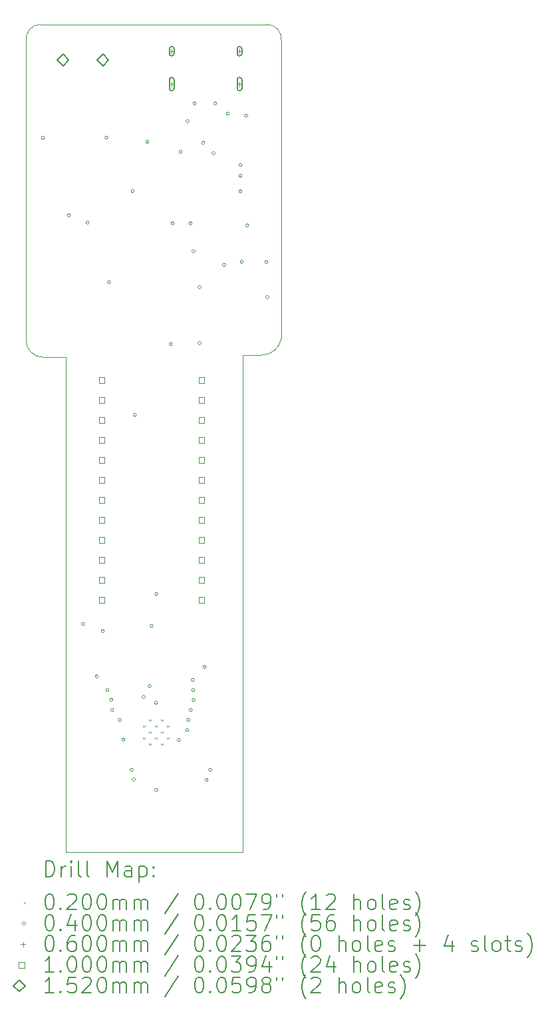
<source format=gbr>
%TF.GenerationSoftware,KiCad,Pcbnew,(6.0.11-0)*%
%TF.CreationDate,2023-11-09T08:58:22+01:00*%
%TF.ProjectId,ZESP32,5a455350-3332-42e6-9b69-6361645f7063,rev?*%
%TF.SameCoordinates,Original*%
%TF.FileFunction,Drillmap*%
%TF.FilePolarity,Positive*%
%FSLAX45Y45*%
G04 Gerber Fmt 4.5, Leading zero omitted, Abs format (unit mm)*
G04 Created by KiCad (PCBNEW (6.0.11-0)) date 2023-11-09 08:58:22*
%MOMM*%
%LPD*%
G01*
G04 APERTURE LIST*
%ADD10C,0.100000*%
%ADD11C,0.200000*%
%ADD12C,0.020000*%
%ADD13C,0.040000*%
%ADD14C,0.060000*%
%ADD15C,0.152000*%
G04 APERTURE END LIST*
D10*
X8178800Y-4572000D02*
X8178800Y-8382000D01*
X11430000Y-4572000D02*
X11430000Y-8356600D01*
X8362950Y-4368800D02*
X11245850Y-4368800D01*
X11176000Y-8572500D02*
X10934700Y-8572500D01*
X11176000Y-8572498D02*
G75*
G03*
X11430000Y-8356600I-260J257668D01*
G01*
X8178800Y-8382000D02*
G75*
G03*
X8394700Y-8597900I215900J0D01*
G01*
X11429997Y-4572000D02*
G75*
G03*
X11245850Y-4368800I-184147J18160D01*
G01*
X10934700Y-14884400D02*
X8686800Y-14884400D01*
X10934700Y-8572500D02*
X10934700Y-14884400D01*
X8362950Y-4368793D02*
G75*
G03*
X8178800Y-4572000I1560J-186457D01*
G01*
X8686800Y-14884400D02*
X8686800Y-8597900D01*
X8394700Y-8597900D02*
X8686800Y-8597900D01*
D11*
D12*
X9671800Y-13276250D02*
X9691800Y-13296250D01*
X9691800Y-13276250D02*
X9671800Y-13296250D01*
X9671800Y-13428750D02*
X9691800Y-13448750D01*
X9691800Y-13428750D02*
X9671800Y-13448750D01*
X9748050Y-13200000D02*
X9768050Y-13220000D01*
X9768050Y-13200000D02*
X9748050Y-13220000D01*
X9748050Y-13352500D02*
X9768050Y-13372500D01*
X9768050Y-13352500D02*
X9748050Y-13372500D01*
X9748050Y-13505000D02*
X9768050Y-13525000D01*
X9768050Y-13505000D02*
X9748050Y-13525000D01*
X9824300Y-13276250D02*
X9844300Y-13296250D01*
X9844300Y-13276250D02*
X9824300Y-13296250D01*
X9824300Y-13428750D02*
X9844300Y-13448750D01*
X9844300Y-13428750D02*
X9824300Y-13448750D01*
X9900550Y-13200000D02*
X9920550Y-13220000D01*
X9920550Y-13200000D02*
X9900550Y-13220000D01*
X9900550Y-13352500D02*
X9920550Y-13372500D01*
X9920550Y-13352500D02*
X9900550Y-13372500D01*
X9900550Y-13505000D02*
X9920550Y-13525000D01*
X9920550Y-13505000D02*
X9900550Y-13525000D01*
X9976800Y-13276250D02*
X9996800Y-13296250D01*
X9996800Y-13276250D02*
X9976800Y-13296250D01*
X9976800Y-13428750D02*
X9996800Y-13448750D01*
X9996800Y-13428750D02*
X9976800Y-13448750D01*
D13*
X8414200Y-5809480D02*
G75*
G03*
X8414200Y-5809480I-20000J0D01*
G01*
X8744900Y-6794500D02*
G75*
G03*
X8744900Y-6794500I-20000J0D01*
G01*
X8922700Y-11988800D02*
G75*
G03*
X8922700Y-11988800I-20000J0D01*
G01*
X8983160Y-6886440D02*
G75*
G03*
X8983160Y-6886440I-20000J0D01*
G01*
X9097960Y-12654280D02*
G75*
G03*
X9097960Y-12654280I-20000J0D01*
G01*
X9176700Y-12077700D02*
G75*
G03*
X9176700Y-12077700I-20000J0D01*
G01*
X9221920Y-5809480D02*
G75*
G03*
X9221920Y-5809480I-20000J0D01*
G01*
X9235120Y-12827000D02*
G75*
G03*
X9235120Y-12827000I-20000J0D01*
G01*
X9253160Y-7645140D02*
G75*
G03*
X9253160Y-7645140I-20000J0D01*
G01*
X9285920Y-12948920D02*
G75*
G03*
X9285920Y-12948920I-20000J0D01*
G01*
X9296080Y-13081000D02*
G75*
G03*
X9296080Y-13081000I-20000J0D01*
G01*
X9392600Y-13208000D02*
G75*
G03*
X9392600Y-13208000I-20000J0D01*
G01*
X9438320Y-13456920D02*
G75*
G03*
X9438320Y-13456920I-20000J0D01*
G01*
X9543470Y-13843000D02*
G75*
G03*
X9543470Y-13843000I-20000J0D01*
G01*
X9555160Y-6487160D02*
G75*
G03*
X9555160Y-6487160I-20000J0D01*
G01*
X9570400Y-13964920D02*
G75*
G03*
X9570400Y-13964920I-20000J0D01*
G01*
X9585100Y-9332500D02*
G75*
G03*
X9585100Y-9332500I-20000J0D01*
G01*
X9697400Y-12915900D02*
G75*
G03*
X9697400Y-12915900I-20000J0D01*
G01*
X9743010Y-5859890D02*
G75*
G03*
X9743010Y-5859890I-20000J0D01*
G01*
X9773600Y-12776200D02*
G75*
G03*
X9773600Y-12776200I-20000J0D01*
G01*
X9799000Y-12014200D02*
G75*
G03*
X9799000Y-12014200I-20000J0D01*
G01*
X9854300Y-12990140D02*
G75*
G03*
X9854300Y-12990140I-20000J0D01*
G01*
X9855380Y-14096500D02*
G75*
G03*
X9855380Y-14096500I-20000J0D01*
G01*
X9858430Y-11607800D02*
G75*
G03*
X9858430Y-11607800I-20000J0D01*
G01*
X10040300Y-8432800D02*
G75*
G03*
X10040300Y-8432800I-20000J0D01*
G01*
X10065700Y-6896100D02*
G75*
G03*
X10065700Y-6896100I-20000J0D01*
G01*
X10144940Y-13461500D02*
G75*
G03*
X10144940Y-13461500I-20000J0D01*
G01*
X10165200Y-5988880D02*
G75*
G03*
X10165200Y-5988880I-20000J0D01*
G01*
X10251120Y-13335000D02*
G75*
G03*
X10251120Y-13335000I-20000J0D01*
G01*
X10256200Y-5600700D02*
G75*
G03*
X10256200Y-5600700I-20000J0D01*
G01*
X10266360Y-13208000D02*
G75*
G03*
X10266360Y-13208000I-20000J0D01*
G01*
X10294300Y-6896100D02*
G75*
G03*
X10294300Y-6896100I-20000J0D01*
G01*
X10296840Y-13081000D02*
G75*
G03*
X10296840Y-13081000I-20000J0D01*
G01*
X10322240Y-12700000D02*
G75*
G03*
X10322240Y-12700000I-20000J0D01*
G01*
X10327320Y-12827000D02*
G75*
G03*
X10327320Y-12827000I-20000J0D01*
G01*
X10332400Y-7251700D02*
G75*
G03*
X10332400Y-7251700I-20000J0D01*
G01*
X10332400Y-12954000D02*
G75*
G03*
X10332400Y-12954000I-20000J0D01*
G01*
X10345100Y-5372100D02*
G75*
G03*
X10345100Y-5372100I-20000J0D01*
G01*
X10408600Y-7708900D02*
G75*
G03*
X10408600Y-7708900I-20000J0D01*
G01*
X10408600Y-8420100D02*
G75*
G03*
X10408600Y-8420100I-20000J0D01*
G01*
X10456360Y-5872040D02*
G75*
G03*
X10456360Y-5872040I-20000J0D01*
G01*
X10472100Y-12534900D02*
G75*
G03*
X10472100Y-12534900I-20000J0D01*
G01*
X10497500Y-13970000D02*
G75*
G03*
X10497500Y-13970000I-20000J0D01*
G01*
X10544750Y-13843000D02*
G75*
G03*
X10544750Y-13843000I-20000J0D01*
G01*
X10586400Y-6007100D02*
G75*
G03*
X10586400Y-6007100I-20000J0D01*
G01*
X10609260Y-5372100D02*
G75*
G03*
X10609260Y-5372100I-20000J0D01*
G01*
X10720000Y-7425000D02*
G75*
G03*
X10720000Y-7425000I-20000J0D01*
G01*
X10764710Y-5501200D02*
G75*
G03*
X10764710Y-5501200I-20000J0D01*
G01*
X10928800Y-6154920D02*
G75*
G03*
X10928800Y-6154920I-20000J0D01*
G01*
X10928800Y-6292080D02*
G75*
G03*
X10928800Y-6292080I-20000J0D01*
G01*
X10928800Y-6490200D02*
G75*
G03*
X10928800Y-6490200I-20000J0D01*
G01*
X10944040Y-7384280D02*
G75*
G03*
X10944040Y-7384280I-20000J0D01*
G01*
X11000420Y-5529580D02*
G75*
G03*
X11000420Y-5529580I-20000J0D01*
G01*
X11015160Y-6922000D02*
G75*
G03*
X11015160Y-6922000I-20000J0D01*
G01*
X11259000Y-7389360D02*
G75*
G03*
X11259000Y-7389360I-20000J0D01*
G01*
X11272200Y-7835900D02*
G75*
G03*
X11272200Y-7835900I-20000J0D01*
G01*
D14*
X10032800Y-4678300D02*
X10032800Y-4738300D01*
X10002800Y-4708300D02*
X10062800Y-4708300D01*
D11*
X10062800Y-4738300D02*
X10062800Y-4678300D01*
X10002800Y-4738300D02*
X10002800Y-4678300D01*
X10062800Y-4678300D02*
G75*
G03*
X10002800Y-4678300I-30000J0D01*
G01*
X10002800Y-4738300D02*
G75*
G03*
X10062800Y-4738300I30000J0D01*
G01*
D14*
X10032800Y-5096300D02*
X10032800Y-5156300D01*
X10002800Y-5126300D02*
X10062800Y-5126300D01*
D11*
X10062800Y-5181300D02*
X10062800Y-5071300D01*
X10002800Y-5181300D02*
X10002800Y-5071300D01*
X10062800Y-5071300D02*
G75*
G03*
X10002800Y-5071300I-30000J0D01*
G01*
X10002800Y-5181300D02*
G75*
G03*
X10062800Y-5181300I30000J0D01*
G01*
D14*
X10896800Y-4678300D02*
X10896800Y-4738300D01*
X10866800Y-4708300D02*
X10926800Y-4708300D01*
D11*
X10926800Y-4738300D02*
X10926800Y-4678300D01*
X10866800Y-4738300D02*
X10866800Y-4678300D01*
X10926800Y-4678300D02*
G75*
G03*
X10866800Y-4678300I-30000J0D01*
G01*
X10866800Y-4738300D02*
G75*
G03*
X10926800Y-4738300I30000J0D01*
G01*
D14*
X10896800Y-5096300D02*
X10896800Y-5156300D01*
X10866800Y-5126300D02*
X10926800Y-5126300D01*
D11*
X10926800Y-5181300D02*
X10926800Y-5071300D01*
X10866800Y-5181300D02*
X10866800Y-5071300D01*
X10926800Y-5071300D02*
G75*
G03*
X10866800Y-5071300I-30000J0D01*
G01*
X10866800Y-5181300D02*
G75*
G03*
X10926800Y-5181300I30000J0D01*
G01*
D10*
X9179356Y-8925356D02*
X9179356Y-8854644D01*
X9108644Y-8854644D01*
X9108644Y-8925356D01*
X9179356Y-8925356D01*
X9179356Y-9179356D02*
X9179356Y-9108644D01*
X9108644Y-9108644D01*
X9108644Y-9179356D01*
X9179356Y-9179356D01*
X9179356Y-9433356D02*
X9179356Y-9362644D01*
X9108644Y-9362644D01*
X9108644Y-9433356D01*
X9179356Y-9433356D01*
X9179356Y-9687356D02*
X9179356Y-9616644D01*
X9108644Y-9616644D01*
X9108644Y-9687356D01*
X9179356Y-9687356D01*
X9179356Y-9941356D02*
X9179356Y-9870644D01*
X9108644Y-9870644D01*
X9108644Y-9941356D01*
X9179356Y-9941356D01*
X9179356Y-10195356D02*
X9179356Y-10124644D01*
X9108644Y-10124644D01*
X9108644Y-10195356D01*
X9179356Y-10195356D01*
X9179356Y-10449356D02*
X9179356Y-10378644D01*
X9108644Y-10378644D01*
X9108644Y-10449356D01*
X9179356Y-10449356D01*
X9179356Y-10703356D02*
X9179356Y-10632644D01*
X9108644Y-10632644D01*
X9108644Y-10703356D01*
X9179356Y-10703356D01*
X9179356Y-10957356D02*
X9179356Y-10886644D01*
X9108644Y-10886644D01*
X9108644Y-10957356D01*
X9179356Y-10957356D01*
X9179356Y-11211356D02*
X9179356Y-11140644D01*
X9108644Y-11140644D01*
X9108644Y-11211356D01*
X9179356Y-11211356D01*
X9179356Y-11465356D02*
X9179356Y-11394644D01*
X9108644Y-11394644D01*
X9108644Y-11465356D01*
X9179356Y-11465356D01*
X9179356Y-11719356D02*
X9179356Y-11648644D01*
X9108644Y-11648644D01*
X9108644Y-11719356D01*
X9179356Y-11719356D01*
X10449356Y-8925356D02*
X10449356Y-8854644D01*
X10378644Y-8854644D01*
X10378644Y-8925356D01*
X10449356Y-8925356D01*
X10449356Y-9179356D02*
X10449356Y-9108644D01*
X10378644Y-9108644D01*
X10378644Y-9179356D01*
X10449356Y-9179356D01*
X10449356Y-9433356D02*
X10449356Y-9362644D01*
X10378644Y-9362644D01*
X10378644Y-9433356D01*
X10449356Y-9433356D01*
X10449356Y-9687356D02*
X10449356Y-9616644D01*
X10378644Y-9616644D01*
X10378644Y-9687356D01*
X10449356Y-9687356D01*
X10449356Y-9941356D02*
X10449356Y-9870644D01*
X10378644Y-9870644D01*
X10378644Y-9941356D01*
X10449356Y-9941356D01*
X10449356Y-10195356D02*
X10449356Y-10124644D01*
X10378644Y-10124644D01*
X10378644Y-10195356D01*
X10449356Y-10195356D01*
X10449356Y-10449356D02*
X10449356Y-10378644D01*
X10378644Y-10378644D01*
X10378644Y-10449356D01*
X10449356Y-10449356D01*
X10449356Y-10703356D02*
X10449356Y-10632644D01*
X10378644Y-10632644D01*
X10378644Y-10703356D01*
X10449356Y-10703356D01*
X10449356Y-10957356D02*
X10449356Y-10886644D01*
X10378644Y-10886644D01*
X10378644Y-10957356D01*
X10449356Y-10957356D01*
X10449356Y-11211356D02*
X10449356Y-11140644D01*
X10378644Y-11140644D01*
X10378644Y-11211356D01*
X10449356Y-11211356D01*
X10449356Y-11465356D02*
X10449356Y-11394644D01*
X10378644Y-11394644D01*
X10378644Y-11465356D01*
X10449356Y-11465356D01*
X10449356Y-11719356D02*
X10449356Y-11648644D01*
X10378644Y-11648644D01*
X10378644Y-11719356D01*
X10449356Y-11719356D01*
D15*
X8648200Y-4899960D02*
X8724200Y-4823960D01*
X8648200Y-4747960D01*
X8572200Y-4823960D01*
X8648200Y-4899960D01*
X9156200Y-4899960D02*
X9232200Y-4823960D01*
X9156200Y-4747960D01*
X9080200Y-4823960D01*
X9156200Y-4899960D01*
D11*
X8430665Y-15199876D02*
X8430665Y-14999876D01*
X8478284Y-14999876D01*
X8506856Y-15009400D01*
X8525903Y-15028448D01*
X8535427Y-15047495D01*
X8544951Y-15085590D01*
X8544951Y-15114162D01*
X8535427Y-15152257D01*
X8525903Y-15171305D01*
X8506856Y-15190352D01*
X8478284Y-15199876D01*
X8430665Y-15199876D01*
X8630665Y-15199876D02*
X8630665Y-15066543D01*
X8630665Y-15104638D02*
X8640189Y-15085590D01*
X8649713Y-15076067D01*
X8668760Y-15066543D01*
X8687808Y-15066543D01*
X8754475Y-15199876D02*
X8754475Y-15066543D01*
X8754475Y-14999876D02*
X8744951Y-15009400D01*
X8754475Y-15018924D01*
X8763999Y-15009400D01*
X8754475Y-14999876D01*
X8754475Y-15018924D01*
X8878284Y-15199876D02*
X8859237Y-15190352D01*
X8849713Y-15171305D01*
X8849713Y-14999876D01*
X8983046Y-15199876D02*
X8963999Y-15190352D01*
X8954475Y-15171305D01*
X8954475Y-14999876D01*
X9211618Y-15199876D02*
X9211618Y-14999876D01*
X9278284Y-15142733D01*
X9344951Y-14999876D01*
X9344951Y-15199876D01*
X9525903Y-15199876D02*
X9525903Y-15095114D01*
X9516380Y-15076067D01*
X9497332Y-15066543D01*
X9459237Y-15066543D01*
X9440189Y-15076067D01*
X9525903Y-15190352D02*
X9506856Y-15199876D01*
X9459237Y-15199876D01*
X9440189Y-15190352D01*
X9430665Y-15171305D01*
X9430665Y-15152257D01*
X9440189Y-15133209D01*
X9459237Y-15123686D01*
X9506856Y-15123686D01*
X9525903Y-15114162D01*
X9621141Y-15066543D02*
X9621141Y-15266543D01*
X9621141Y-15076067D02*
X9640189Y-15066543D01*
X9678284Y-15066543D01*
X9697332Y-15076067D01*
X9706856Y-15085590D01*
X9716380Y-15104638D01*
X9716380Y-15161781D01*
X9706856Y-15180828D01*
X9697332Y-15190352D01*
X9678284Y-15199876D01*
X9640189Y-15199876D01*
X9621141Y-15190352D01*
X9802094Y-15180828D02*
X9811618Y-15190352D01*
X9802094Y-15199876D01*
X9792570Y-15190352D01*
X9802094Y-15180828D01*
X9802094Y-15199876D01*
X9802094Y-15076067D02*
X9811618Y-15085590D01*
X9802094Y-15095114D01*
X9792570Y-15085590D01*
X9802094Y-15076067D01*
X9802094Y-15095114D01*
D12*
X8153046Y-15519400D02*
X8173046Y-15539400D01*
X8173046Y-15519400D02*
X8153046Y-15539400D01*
D11*
X8468760Y-15419876D02*
X8487808Y-15419876D01*
X8506856Y-15429400D01*
X8516380Y-15438924D01*
X8525903Y-15457971D01*
X8535427Y-15496067D01*
X8535427Y-15543686D01*
X8525903Y-15581781D01*
X8516380Y-15600828D01*
X8506856Y-15610352D01*
X8487808Y-15619876D01*
X8468760Y-15619876D01*
X8449713Y-15610352D01*
X8440189Y-15600828D01*
X8430665Y-15581781D01*
X8421141Y-15543686D01*
X8421141Y-15496067D01*
X8430665Y-15457971D01*
X8440189Y-15438924D01*
X8449713Y-15429400D01*
X8468760Y-15419876D01*
X8621141Y-15600828D02*
X8630665Y-15610352D01*
X8621141Y-15619876D01*
X8611618Y-15610352D01*
X8621141Y-15600828D01*
X8621141Y-15619876D01*
X8706856Y-15438924D02*
X8716380Y-15429400D01*
X8735427Y-15419876D01*
X8783046Y-15419876D01*
X8802094Y-15429400D01*
X8811618Y-15438924D01*
X8821141Y-15457971D01*
X8821141Y-15477019D01*
X8811618Y-15505590D01*
X8697332Y-15619876D01*
X8821141Y-15619876D01*
X8944951Y-15419876D02*
X8963999Y-15419876D01*
X8983046Y-15429400D01*
X8992570Y-15438924D01*
X9002094Y-15457971D01*
X9011618Y-15496067D01*
X9011618Y-15543686D01*
X9002094Y-15581781D01*
X8992570Y-15600828D01*
X8983046Y-15610352D01*
X8963999Y-15619876D01*
X8944951Y-15619876D01*
X8925903Y-15610352D01*
X8916380Y-15600828D01*
X8906856Y-15581781D01*
X8897332Y-15543686D01*
X8897332Y-15496067D01*
X8906856Y-15457971D01*
X8916380Y-15438924D01*
X8925903Y-15429400D01*
X8944951Y-15419876D01*
X9135427Y-15419876D02*
X9154475Y-15419876D01*
X9173522Y-15429400D01*
X9183046Y-15438924D01*
X9192570Y-15457971D01*
X9202094Y-15496067D01*
X9202094Y-15543686D01*
X9192570Y-15581781D01*
X9183046Y-15600828D01*
X9173522Y-15610352D01*
X9154475Y-15619876D01*
X9135427Y-15619876D01*
X9116380Y-15610352D01*
X9106856Y-15600828D01*
X9097332Y-15581781D01*
X9087808Y-15543686D01*
X9087808Y-15496067D01*
X9097332Y-15457971D01*
X9106856Y-15438924D01*
X9116380Y-15429400D01*
X9135427Y-15419876D01*
X9287808Y-15619876D02*
X9287808Y-15486543D01*
X9287808Y-15505590D02*
X9297332Y-15496067D01*
X9316380Y-15486543D01*
X9344951Y-15486543D01*
X9363999Y-15496067D01*
X9373522Y-15515114D01*
X9373522Y-15619876D01*
X9373522Y-15515114D02*
X9383046Y-15496067D01*
X9402094Y-15486543D01*
X9430665Y-15486543D01*
X9449713Y-15496067D01*
X9459237Y-15515114D01*
X9459237Y-15619876D01*
X9554475Y-15619876D02*
X9554475Y-15486543D01*
X9554475Y-15505590D02*
X9563999Y-15496067D01*
X9583046Y-15486543D01*
X9611618Y-15486543D01*
X9630665Y-15496067D01*
X9640189Y-15515114D01*
X9640189Y-15619876D01*
X9640189Y-15515114D02*
X9649713Y-15496067D01*
X9668760Y-15486543D01*
X9697332Y-15486543D01*
X9716380Y-15496067D01*
X9725903Y-15515114D01*
X9725903Y-15619876D01*
X10116380Y-15410352D02*
X9944951Y-15667495D01*
X10373522Y-15419876D02*
X10392570Y-15419876D01*
X10411618Y-15429400D01*
X10421141Y-15438924D01*
X10430665Y-15457971D01*
X10440189Y-15496067D01*
X10440189Y-15543686D01*
X10430665Y-15581781D01*
X10421141Y-15600828D01*
X10411618Y-15610352D01*
X10392570Y-15619876D01*
X10373522Y-15619876D01*
X10354475Y-15610352D01*
X10344951Y-15600828D01*
X10335427Y-15581781D01*
X10325903Y-15543686D01*
X10325903Y-15496067D01*
X10335427Y-15457971D01*
X10344951Y-15438924D01*
X10354475Y-15429400D01*
X10373522Y-15419876D01*
X10525903Y-15600828D02*
X10535427Y-15610352D01*
X10525903Y-15619876D01*
X10516380Y-15610352D01*
X10525903Y-15600828D01*
X10525903Y-15619876D01*
X10659237Y-15419876D02*
X10678284Y-15419876D01*
X10697332Y-15429400D01*
X10706856Y-15438924D01*
X10716380Y-15457971D01*
X10725903Y-15496067D01*
X10725903Y-15543686D01*
X10716380Y-15581781D01*
X10706856Y-15600828D01*
X10697332Y-15610352D01*
X10678284Y-15619876D01*
X10659237Y-15619876D01*
X10640189Y-15610352D01*
X10630665Y-15600828D01*
X10621141Y-15581781D01*
X10611618Y-15543686D01*
X10611618Y-15496067D01*
X10621141Y-15457971D01*
X10630665Y-15438924D01*
X10640189Y-15429400D01*
X10659237Y-15419876D01*
X10849713Y-15419876D02*
X10868760Y-15419876D01*
X10887808Y-15429400D01*
X10897332Y-15438924D01*
X10906856Y-15457971D01*
X10916380Y-15496067D01*
X10916380Y-15543686D01*
X10906856Y-15581781D01*
X10897332Y-15600828D01*
X10887808Y-15610352D01*
X10868760Y-15619876D01*
X10849713Y-15619876D01*
X10830665Y-15610352D01*
X10821141Y-15600828D01*
X10811618Y-15581781D01*
X10802094Y-15543686D01*
X10802094Y-15496067D01*
X10811618Y-15457971D01*
X10821141Y-15438924D01*
X10830665Y-15429400D01*
X10849713Y-15419876D01*
X10983046Y-15419876D02*
X11116380Y-15419876D01*
X11030665Y-15619876D01*
X11202094Y-15619876D02*
X11240189Y-15619876D01*
X11259237Y-15610352D01*
X11268760Y-15600828D01*
X11287808Y-15572257D01*
X11297332Y-15534162D01*
X11297332Y-15457971D01*
X11287808Y-15438924D01*
X11278284Y-15429400D01*
X11259237Y-15419876D01*
X11221141Y-15419876D01*
X11202094Y-15429400D01*
X11192570Y-15438924D01*
X11183046Y-15457971D01*
X11183046Y-15505590D01*
X11192570Y-15524638D01*
X11202094Y-15534162D01*
X11221141Y-15543686D01*
X11259237Y-15543686D01*
X11278284Y-15534162D01*
X11287808Y-15524638D01*
X11297332Y-15505590D01*
X11373522Y-15419876D02*
X11373522Y-15457971D01*
X11449713Y-15419876D02*
X11449713Y-15457971D01*
X11744951Y-15696067D02*
X11735427Y-15686543D01*
X11716379Y-15657971D01*
X11706856Y-15638924D01*
X11697332Y-15610352D01*
X11687808Y-15562733D01*
X11687808Y-15524638D01*
X11697332Y-15477019D01*
X11706856Y-15448448D01*
X11716379Y-15429400D01*
X11735427Y-15400828D01*
X11744951Y-15391305D01*
X11925903Y-15619876D02*
X11811618Y-15619876D01*
X11868760Y-15619876D02*
X11868760Y-15419876D01*
X11849713Y-15448448D01*
X11830665Y-15467495D01*
X11811618Y-15477019D01*
X12002094Y-15438924D02*
X12011618Y-15429400D01*
X12030665Y-15419876D01*
X12078284Y-15419876D01*
X12097332Y-15429400D01*
X12106856Y-15438924D01*
X12116379Y-15457971D01*
X12116379Y-15477019D01*
X12106856Y-15505590D01*
X11992570Y-15619876D01*
X12116379Y-15619876D01*
X12354475Y-15619876D02*
X12354475Y-15419876D01*
X12440189Y-15619876D02*
X12440189Y-15515114D01*
X12430665Y-15496067D01*
X12411618Y-15486543D01*
X12383046Y-15486543D01*
X12363998Y-15496067D01*
X12354475Y-15505590D01*
X12563998Y-15619876D02*
X12544951Y-15610352D01*
X12535427Y-15600828D01*
X12525903Y-15581781D01*
X12525903Y-15524638D01*
X12535427Y-15505590D01*
X12544951Y-15496067D01*
X12563998Y-15486543D01*
X12592570Y-15486543D01*
X12611618Y-15496067D01*
X12621141Y-15505590D01*
X12630665Y-15524638D01*
X12630665Y-15581781D01*
X12621141Y-15600828D01*
X12611618Y-15610352D01*
X12592570Y-15619876D01*
X12563998Y-15619876D01*
X12744951Y-15619876D02*
X12725903Y-15610352D01*
X12716379Y-15591305D01*
X12716379Y-15419876D01*
X12897332Y-15610352D02*
X12878284Y-15619876D01*
X12840189Y-15619876D01*
X12821141Y-15610352D01*
X12811618Y-15591305D01*
X12811618Y-15515114D01*
X12821141Y-15496067D01*
X12840189Y-15486543D01*
X12878284Y-15486543D01*
X12897332Y-15496067D01*
X12906856Y-15515114D01*
X12906856Y-15534162D01*
X12811618Y-15553209D01*
X12983046Y-15610352D02*
X13002094Y-15619876D01*
X13040189Y-15619876D01*
X13059237Y-15610352D01*
X13068760Y-15591305D01*
X13068760Y-15581781D01*
X13059237Y-15562733D01*
X13040189Y-15553209D01*
X13011618Y-15553209D01*
X12992570Y-15543686D01*
X12983046Y-15524638D01*
X12983046Y-15515114D01*
X12992570Y-15496067D01*
X13011618Y-15486543D01*
X13040189Y-15486543D01*
X13059237Y-15496067D01*
X13135427Y-15696067D02*
X13144951Y-15686543D01*
X13163998Y-15657971D01*
X13173522Y-15638924D01*
X13183046Y-15610352D01*
X13192570Y-15562733D01*
X13192570Y-15524638D01*
X13183046Y-15477019D01*
X13173522Y-15448448D01*
X13163998Y-15429400D01*
X13144951Y-15400828D01*
X13135427Y-15391305D01*
D13*
X8173046Y-15793400D02*
G75*
G03*
X8173046Y-15793400I-20000J0D01*
G01*
D11*
X8468760Y-15683876D02*
X8487808Y-15683876D01*
X8506856Y-15693400D01*
X8516380Y-15702924D01*
X8525903Y-15721971D01*
X8535427Y-15760067D01*
X8535427Y-15807686D01*
X8525903Y-15845781D01*
X8516380Y-15864828D01*
X8506856Y-15874352D01*
X8487808Y-15883876D01*
X8468760Y-15883876D01*
X8449713Y-15874352D01*
X8440189Y-15864828D01*
X8430665Y-15845781D01*
X8421141Y-15807686D01*
X8421141Y-15760067D01*
X8430665Y-15721971D01*
X8440189Y-15702924D01*
X8449713Y-15693400D01*
X8468760Y-15683876D01*
X8621141Y-15864828D02*
X8630665Y-15874352D01*
X8621141Y-15883876D01*
X8611618Y-15874352D01*
X8621141Y-15864828D01*
X8621141Y-15883876D01*
X8802094Y-15750543D02*
X8802094Y-15883876D01*
X8754475Y-15674352D02*
X8706856Y-15817209D01*
X8830665Y-15817209D01*
X8944951Y-15683876D02*
X8963999Y-15683876D01*
X8983046Y-15693400D01*
X8992570Y-15702924D01*
X9002094Y-15721971D01*
X9011618Y-15760067D01*
X9011618Y-15807686D01*
X9002094Y-15845781D01*
X8992570Y-15864828D01*
X8983046Y-15874352D01*
X8963999Y-15883876D01*
X8944951Y-15883876D01*
X8925903Y-15874352D01*
X8916380Y-15864828D01*
X8906856Y-15845781D01*
X8897332Y-15807686D01*
X8897332Y-15760067D01*
X8906856Y-15721971D01*
X8916380Y-15702924D01*
X8925903Y-15693400D01*
X8944951Y-15683876D01*
X9135427Y-15683876D02*
X9154475Y-15683876D01*
X9173522Y-15693400D01*
X9183046Y-15702924D01*
X9192570Y-15721971D01*
X9202094Y-15760067D01*
X9202094Y-15807686D01*
X9192570Y-15845781D01*
X9183046Y-15864828D01*
X9173522Y-15874352D01*
X9154475Y-15883876D01*
X9135427Y-15883876D01*
X9116380Y-15874352D01*
X9106856Y-15864828D01*
X9097332Y-15845781D01*
X9087808Y-15807686D01*
X9087808Y-15760067D01*
X9097332Y-15721971D01*
X9106856Y-15702924D01*
X9116380Y-15693400D01*
X9135427Y-15683876D01*
X9287808Y-15883876D02*
X9287808Y-15750543D01*
X9287808Y-15769590D02*
X9297332Y-15760067D01*
X9316380Y-15750543D01*
X9344951Y-15750543D01*
X9363999Y-15760067D01*
X9373522Y-15779114D01*
X9373522Y-15883876D01*
X9373522Y-15779114D02*
X9383046Y-15760067D01*
X9402094Y-15750543D01*
X9430665Y-15750543D01*
X9449713Y-15760067D01*
X9459237Y-15779114D01*
X9459237Y-15883876D01*
X9554475Y-15883876D02*
X9554475Y-15750543D01*
X9554475Y-15769590D02*
X9563999Y-15760067D01*
X9583046Y-15750543D01*
X9611618Y-15750543D01*
X9630665Y-15760067D01*
X9640189Y-15779114D01*
X9640189Y-15883876D01*
X9640189Y-15779114D02*
X9649713Y-15760067D01*
X9668760Y-15750543D01*
X9697332Y-15750543D01*
X9716380Y-15760067D01*
X9725903Y-15779114D01*
X9725903Y-15883876D01*
X10116380Y-15674352D02*
X9944951Y-15931495D01*
X10373522Y-15683876D02*
X10392570Y-15683876D01*
X10411618Y-15693400D01*
X10421141Y-15702924D01*
X10430665Y-15721971D01*
X10440189Y-15760067D01*
X10440189Y-15807686D01*
X10430665Y-15845781D01*
X10421141Y-15864828D01*
X10411618Y-15874352D01*
X10392570Y-15883876D01*
X10373522Y-15883876D01*
X10354475Y-15874352D01*
X10344951Y-15864828D01*
X10335427Y-15845781D01*
X10325903Y-15807686D01*
X10325903Y-15760067D01*
X10335427Y-15721971D01*
X10344951Y-15702924D01*
X10354475Y-15693400D01*
X10373522Y-15683876D01*
X10525903Y-15864828D02*
X10535427Y-15874352D01*
X10525903Y-15883876D01*
X10516380Y-15874352D01*
X10525903Y-15864828D01*
X10525903Y-15883876D01*
X10659237Y-15683876D02*
X10678284Y-15683876D01*
X10697332Y-15693400D01*
X10706856Y-15702924D01*
X10716380Y-15721971D01*
X10725903Y-15760067D01*
X10725903Y-15807686D01*
X10716380Y-15845781D01*
X10706856Y-15864828D01*
X10697332Y-15874352D01*
X10678284Y-15883876D01*
X10659237Y-15883876D01*
X10640189Y-15874352D01*
X10630665Y-15864828D01*
X10621141Y-15845781D01*
X10611618Y-15807686D01*
X10611618Y-15760067D01*
X10621141Y-15721971D01*
X10630665Y-15702924D01*
X10640189Y-15693400D01*
X10659237Y-15683876D01*
X10916380Y-15883876D02*
X10802094Y-15883876D01*
X10859237Y-15883876D02*
X10859237Y-15683876D01*
X10840189Y-15712448D01*
X10821141Y-15731495D01*
X10802094Y-15741019D01*
X11097332Y-15683876D02*
X11002094Y-15683876D01*
X10992570Y-15779114D01*
X11002094Y-15769590D01*
X11021141Y-15760067D01*
X11068760Y-15760067D01*
X11087808Y-15769590D01*
X11097332Y-15779114D01*
X11106856Y-15798162D01*
X11106856Y-15845781D01*
X11097332Y-15864828D01*
X11087808Y-15874352D01*
X11068760Y-15883876D01*
X11021141Y-15883876D01*
X11002094Y-15874352D01*
X10992570Y-15864828D01*
X11173522Y-15683876D02*
X11306856Y-15683876D01*
X11221141Y-15883876D01*
X11373522Y-15683876D02*
X11373522Y-15721971D01*
X11449713Y-15683876D02*
X11449713Y-15721971D01*
X11744951Y-15960067D02*
X11735427Y-15950543D01*
X11716379Y-15921971D01*
X11706856Y-15902924D01*
X11697332Y-15874352D01*
X11687808Y-15826733D01*
X11687808Y-15788638D01*
X11697332Y-15741019D01*
X11706856Y-15712448D01*
X11716379Y-15693400D01*
X11735427Y-15664828D01*
X11744951Y-15655305D01*
X11916379Y-15683876D02*
X11821141Y-15683876D01*
X11811618Y-15779114D01*
X11821141Y-15769590D01*
X11840189Y-15760067D01*
X11887808Y-15760067D01*
X11906856Y-15769590D01*
X11916379Y-15779114D01*
X11925903Y-15798162D01*
X11925903Y-15845781D01*
X11916379Y-15864828D01*
X11906856Y-15874352D01*
X11887808Y-15883876D01*
X11840189Y-15883876D01*
X11821141Y-15874352D01*
X11811618Y-15864828D01*
X12097332Y-15683876D02*
X12059237Y-15683876D01*
X12040189Y-15693400D01*
X12030665Y-15702924D01*
X12011618Y-15731495D01*
X12002094Y-15769590D01*
X12002094Y-15845781D01*
X12011618Y-15864828D01*
X12021141Y-15874352D01*
X12040189Y-15883876D01*
X12078284Y-15883876D01*
X12097332Y-15874352D01*
X12106856Y-15864828D01*
X12116379Y-15845781D01*
X12116379Y-15798162D01*
X12106856Y-15779114D01*
X12097332Y-15769590D01*
X12078284Y-15760067D01*
X12040189Y-15760067D01*
X12021141Y-15769590D01*
X12011618Y-15779114D01*
X12002094Y-15798162D01*
X12354475Y-15883876D02*
X12354475Y-15683876D01*
X12440189Y-15883876D02*
X12440189Y-15779114D01*
X12430665Y-15760067D01*
X12411618Y-15750543D01*
X12383046Y-15750543D01*
X12363998Y-15760067D01*
X12354475Y-15769590D01*
X12563998Y-15883876D02*
X12544951Y-15874352D01*
X12535427Y-15864828D01*
X12525903Y-15845781D01*
X12525903Y-15788638D01*
X12535427Y-15769590D01*
X12544951Y-15760067D01*
X12563998Y-15750543D01*
X12592570Y-15750543D01*
X12611618Y-15760067D01*
X12621141Y-15769590D01*
X12630665Y-15788638D01*
X12630665Y-15845781D01*
X12621141Y-15864828D01*
X12611618Y-15874352D01*
X12592570Y-15883876D01*
X12563998Y-15883876D01*
X12744951Y-15883876D02*
X12725903Y-15874352D01*
X12716379Y-15855305D01*
X12716379Y-15683876D01*
X12897332Y-15874352D02*
X12878284Y-15883876D01*
X12840189Y-15883876D01*
X12821141Y-15874352D01*
X12811618Y-15855305D01*
X12811618Y-15779114D01*
X12821141Y-15760067D01*
X12840189Y-15750543D01*
X12878284Y-15750543D01*
X12897332Y-15760067D01*
X12906856Y-15779114D01*
X12906856Y-15798162D01*
X12811618Y-15817209D01*
X12983046Y-15874352D02*
X13002094Y-15883876D01*
X13040189Y-15883876D01*
X13059237Y-15874352D01*
X13068760Y-15855305D01*
X13068760Y-15845781D01*
X13059237Y-15826733D01*
X13040189Y-15817209D01*
X13011618Y-15817209D01*
X12992570Y-15807686D01*
X12983046Y-15788638D01*
X12983046Y-15779114D01*
X12992570Y-15760067D01*
X13011618Y-15750543D01*
X13040189Y-15750543D01*
X13059237Y-15760067D01*
X13135427Y-15960067D02*
X13144951Y-15950543D01*
X13163998Y-15921971D01*
X13173522Y-15902924D01*
X13183046Y-15874352D01*
X13192570Y-15826733D01*
X13192570Y-15788638D01*
X13183046Y-15741019D01*
X13173522Y-15712448D01*
X13163998Y-15693400D01*
X13144951Y-15664828D01*
X13135427Y-15655305D01*
D14*
X8143046Y-16027400D02*
X8143046Y-16087400D01*
X8113046Y-16057400D02*
X8173046Y-16057400D01*
D11*
X8468760Y-15947876D02*
X8487808Y-15947876D01*
X8506856Y-15957400D01*
X8516380Y-15966924D01*
X8525903Y-15985971D01*
X8535427Y-16024067D01*
X8535427Y-16071686D01*
X8525903Y-16109781D01*
X8516380Y-16128828D01*
X8506856Y-16138352D01*
X8487808Y-16147876D01*
X8468760Y-16147876D01*
X8449713Y-16138352D01*
X8440189Y-16128828D01*
X8430665Y-16109781D01*
X8421141Y-16071686D01*
X8421141Y-16024067D01*
X8430665Y-15985971D01*
X8440189Y-15966924D01*
X8449713Y-15957400D01*
X8468760Y-15947876D01*
X8621141Y-16128828D02*
X8630665Y-16138352D01*
X8621141Y-16147876D01*
X8611618Y-16138352D01*
X8621141Y-16128828D01*
X8621141Y-16147876D01*
X8802094Y-15947876D02*
X8763999Y-15947876D01*
X8744951Y-15957400D01*
X8735427Y-15966924D01*
X8716380Y-15995495D01*
X8706856Y-16033590D01*
X8706856Y-16109781D01*
X8716380Y-16128828D01*
X8725903Y-16138352D01*
X8744951Y-16147876D01*
X8783046Y-16147876D01*
X8802094Y-16138352D01*
X8811618Y-16128828D01*
X8821141Y-16109781D01*
X8821141Y-16062162D01*
X8811618Y-16043114D01*
X8802094Y-16033590D01*
X8783046Y-16024067D01*
X8744951Y-16024067D01*
X8725903Y-16033590D01*
X8716380Y-16043114D01*
X8706856Y-16062162D01*
X8944951Y-15947876D02*
X8963999Y-15947876D01*
X8983046Y-15957400D01*
X8992570Y-15966924D01*
X9002094Y-15985971D01*
X9011618Y-16024067D01*
X9011618Y-16071686D01*
X9002094Y-16109781D01*
X8992570Y-16128828D01*
X8983046Y-16138352D01*
X8963999Y-16147876D01*
X8944951Y-16147876D01*
X8925903Y-16138352D01*
X8916380Y-16128828D01*
X8906856Y-16109781D01*
X8897332Y-16071686D01*
X8897332Y-16024067D01*
X8906856Y-15985971D01*
X8916380Y-15966924D01*
X8925903Y-15957400D01*
X8944951Y-15947876D01*
X9135427Y-15947876D02*
X9154475Y-15947876D01*
X9173522Y-15957400D01*
X9183046Y-15966924D01*
X9192570Y-15985971D01*
X9202094Y-16024067D01*
X9202094Y-16071686D01*
X9192570Y-16109781D01*
X9183046Y-16128828D01*
X9173522Y-16138352D01*
X9154475Y-16147876D01*
X9135427Y-16147876D01*
X9116380Y-16138352D01*
X9106856Y-16128828D01*
X9097332Y-16109781D01*
X9087808Y-16071686D01*
X9087808Y-16024067D01*
X9097332Y-15985971D01*
X9106856Y-15966924D01*
X9116380Y-15957400D01*
X9135427Y-15947876D01*
X9287808Y-16147876D02*
X9287808Y-16014543D01*
X9287808Y-16033590D02*
X9297332Y-16024067D01*
X9316380Y-16014543D01*
X9344951Y-16014543D01*
X9363999Y-16024067D01*
X9373522Y-16043114D01*
X9373522Y-16147876D01*
X9373522Y-16043114D02*
X9383046Y-16024067D01*
X9402094Y-16014543D01*
X9430665Y-16014543D01*
X9449713Y-16024067D01*
X9459237Y-16043114D01*
X9459237Y-16147876D01*
X9554475Y-16147876D02*
X9554475Y-16014543D01*
X9554475Y-16033590D02*
X9563999Y-16024067D01*
X9583046Y-16014543D01*
X9611618Y-16014543D01*
X9630665Y-16024067D01*
X9640189Y-16043114D01*
X9640189Y-16147876D01*
X9640189Y-16043114D02*
X9649713Y-16024067D01*
X9668760Y-16014543D01*
X9697332Y-16014543D01*
X9716380Y-16024067D01*
X9725903Y-16043114D01*
X9725903Y-16147876D01*
X10116380Y-15938352D02*
X9944951Y-16195495D01*
X10373522Y-15947876D02*
X10392570Y-15947876D01*
X10411618Y-15957400D01*
X10421141Y-15966924D01*
X10430665Y-15985971D01*
X10440189Y-16024067D01*
X10440189Y-16071686D01*
X10430665Y-16109781D01*
X10421141Y-16128828D01*
X10411618Y-16138352D01*
X10392570Y-16147876D01*
X10373522Y-16147876D01*
X10354475Y-16138352D01*
X10344951Y-16128828D01*
X10335427Y-16109781D01*
X10325903Y-16071686D01*
X10325903Y-16024067D01*
X10335427Y-15985971D01*
X10344951Y-15966924D01*
X10354475Y-15957400D01*
X10373522Y-15947876D01*
X10525903Y-16128828D02*
X10535427Y-16138352D01*
X10525903Y-16147876D01*
X10516380Y-16138352D01*
X10525903Y-16128828D01*
X10525903Y-16147876D01*
X10659237Y-15947876D02*
X10678284Y-15947876D01*
X10697332Y-15957400D01*
X10706856Y-15966924D01*
X10716380Y-15985971D01*
X10725903Y-16024067D01*
X10725903Y-16071686D01*
X10716380Y-16109781D01*
X10706856Y-16128828D01*
X10697332Y-16138352D01*
X10678284Y-16147876D01*
X10659237Y-16147876D01*
X10640189Y-16138352D01*
X10630665Y-16128828D01*
X10621141Y-16109781D01*
X10611618Y-16071686D01*
X10611618Y-16024067D01*
X10621141Y-15985971D01*
X10630665Y-15966924D01*
X10640189Y-15957400D01*
X10659237Y-15947876D01*
X10802094Y-15966924D02*
X10811618Y-15957400D01*
X10830665Y-15947876D01*
X10878284Y-15947876D01*
X10897332Y-15957400D01*
X10906856Y-15966924D01*
X10916380Y-15985971D01*
X10916380Y-16005019D01*
X10906856Y-16033590D01*
X10792570Y-16147876D01*
X10916380Y-16147876D01*
X10983046Y-15947876D02*
X11106856Y-15947876D01*
X11040189Y-16024067D01*
X11068760Y-16024067D01*
X11087808Y-16033590D01*
X11097332Y-16043114D01*
X11106856Y-16062162D01*
X11106856Y-16109781D01*
X11097332Y-16128828D01*
X11087808Y-16138352D01*
X11068760Y-16147876D01*
X11011618Y-16147876D01*
X10992570Y-16138352D01*
X10983046Y-16128828D01*
X11278284Y-15947876D02*
X11240189Y-15947876D01*
X11221141Y-15957400D01*
X11211618Y-15966924D01*
X11192570Y-15995495D01*
X11183046Y-16033590D01*
X11183046Y-16109781D01*
X11192570Y-16128828D01*
X11202094Y-16138352D01*
X11221141Y-16147876D01*
X11259237Y-16147876D01*
X11278284Y-16138352D01*
X11287808Y-16128828D01*
X11297332Y-16109781D01*
X11297332Y-16062162D01*
X11287808Y-16043114D01*
X11278284Y-16033590D01*
X11259237Y-16024067D01*
X11221141Y-16024067D01*
X11202094Y-16033590D01*
X11192570Y-16043114D01*
X11183046Y-16062162D01*
X11373522Y-15947876D02*
X11373522Y-15985971D01*
X11449713Y-15947876D02*
X11449713Y-15985971D01*
X11744951Y-16224067D02*
X11735427Y-16214543D01*
X11716379Y-16185971D01*
X11706856Y-16166924D01*
X11697332Y-16138352D01*
X11687808Y-16090733D01*
X11687808Y-16052638D01*
X11697332Y-16005019D01*
X11706856Y-15976448D01*
X11716379Y-15957400D01*
X11735427Y-15928828D01*
X11744951Y-15919305D01*
X11859237Y-15947876D02*
X11878284Y-15947876D01*
X11897332Y-15957400D01*
X11906856Y-15966924D01*
X11916379Y-15985971D01*
X11925903Y-16024067D01*
X11925903Y-16071686D01*
X11916379Y-16109781D01*
X11906856Y-16128828D01*
X11897332Y-16138352D01*
X11878284Y-16147876D01*
X11859237Y-16147876D01*
X11840189Y-16138352D01*
X11830665Y-16128828D01*
X11821141Y-16109781D01*
X11811618Y-16071686D01*
X11811618Y-16024067D01*
X11821141Y-15985971D01*
X11830665Y-15966924D01*
X11840189Y-15957400D01*
X11859237Y-15947876D01*
X12163998Y-16147876D02*
X12163998Y-15947876D01*
X12249713Y-16147876D02*
X12249713Y-16043114D01*
X12240189Y-16024067D01*
X12221141Y-16014543D01*
X12192570Y-16014543D01*
X12173522Y-16024067D01*
X12163998Y-16033590D01*
X12373522Y-16147876D02*
X12354475Y-16138352D01*
X12344951Y-16128828D01*
X12335427Y-16109781D01*
X12335427Y-16052638D01*
X12344951Y-16033590D01*
X12354475Y-16024067D01*
X12373522Y-16014543D01*
X12402094Y-16014543D01*
X12421141Y-16024067D01*
X12430665Y-16033590D01*
X12440189Y-16052638D01*
X12440189Y-16109781D01*
X12430665Y-16128828D01*
X12421141Y-16138352D01*
X12402094Y-16147876D01*
X12373522Y-16147876D01*
X12554475Y-16147876D02*
X12535427Y-16138352D01*
X12525903Y-16119305D01*
X12525903Y-15947876D01*
X12706856Y-16138352D02*
X12687808Y-16147876D01*
X12649713Y-16147876D01*
X12630665Y-16138352D01*
X12621141Y-16119305D01*
X12621141Y-16043114D01*
X12630665Y-16024067D01*
X12649713Y-16014543D01*
X12687808Y-16014543D01*
X12706856Y-16024067D01*
X12716379Y-16043114D01*
X12716379Y-16062162D01*
X12621141Y-16081209D01*
X12792570Y-16138352D02*
X12811618Y-16147876D01*
X12849713Y-16147876D01*
X12868760Y-16138352D01*
X12878284Y-16119305D01*
X12878284Y-16109781D01*
X12868760Y-16090733D01*
X12849713Y-16081209D01*
X12821141Y-16081209D01*
X12802094Y-16071686D01*
X12792570Y-16052638D01*
X12792570Y-16043114D01*
X12802094Y-16024067D01*
X12821141Y-16014543D01*
X12849713Y-16014543D01*
X12868760Y-16024067D01*
X13116379Y-16071686D02*
X13268760Y-16071686D01*
X13192570Y-16147876D02*
X13192570Y-15995495D01*
X13602094Y-16014543D02*
X13602094Y-16147876D01*
X13554475Y-15938352D02*
X13506856Y-16081209D01*
X13630665Y-16081209D01*
X13849713Y-16138352D02*
X13868760Y-16147876D01*
X13906856Y-16147876D01*
X13925903Y-16138352D01*
X13935427Y-16119305D01*
X13935427Y-16109781D01*
X13925903Y-16090733D01*
X13906856Y-16081209D01*
X13878284Y-16081209D01*
X13859237Y-16071686D01*
X13849713Y-16052638D01*
X13849713Y-16043114D01*
X13859237Y-16024067D01*
X13878284Y-16014543D01*
X13906856Y-16014543D01*
X13925903Y-16024067D01*
X14049713Y-16147876D02*
X14030665Y-16138352D01*
X14021141Y-16119305D01*
X14021141Y-15947876D01*
X14154475Y-16147876D02*
X14135427Y-16138352D01*
X14125903Y-16128828D01*
X14116379Y-16109781D01*
X14116379Y-16052638D01*
X14125903Y-16033590D01*
X14135427Y-16024067D01*
X14154475Y-16014543D01*
X14183046Y-16014543D01*
X14202094Y-16024067D01*
X14211618Y-16033590D01*
X14221141Y-16052638D01*
X14221141Y-16109781D01*
X14211618Y-16128828D01*
X14202094Y-16138352D01*
X14183046Y-16147876D01*
X14154475Y-16147876D01*
X14278284Y-16014543D02*
X14354475Y-16014543D01*
X14306856Y-15947876D02*
X14306856Y-16119305D01*
X14316379Y-16138352D01*
X14335427Y-16147876D01*
X14354475Y-16147876D01*
X14411618Y-16138352D02*
X14430665Y-16147876D01*
X14468760Y-16147876D01*
X14487808Y-16138352D01*
X14497332Y-16119305D01*
X14497332Y-16109781D01*
X14487808Y-16090733D01*
X14468760Y-16081209D01*
X14440189Y-16081209D01*
X14421141Y-16071686D01*
X14411618Y-16052638D01*
X14411618Y-16043114D01*
X14421141Y-16024067D01*
X14440189Y-16014543D01*
X14468760Y-16014543D01*
X14487808Y-16024067D01*
X14563998Y-16224067D02*
X14573522Y-16214543D01*
X14592570Y-16185971D01*
X14602094Y-16166924D01*
X14611618Y-16138352D01*
X14621141Y-16090733D01*
X14621141Y-16052638D01*
X14611618Y-16005019D01*
X14602094Y-15976448D01*
X14592570Y-15957400D01*
X14573522Y-15928828D01*
X14563998Y-15919305D01*
D10*
X8158402Y-16356756D02*
X8158402Y-16286044D01*
X8087690Y-16286044D01*
X8087690Y-16356756D01*
X8158402Y-16356756D01*
D11*
X8535427Y-16411876D02*
X8421141Y-16411876D01*
X8478284Y-16411876D02*
X8478284Y-16211876D01*
X8459237Y-16240448D01*
X8440189Y-16259495D01*
X8421141Y-16269019D01*
X8621141Y-16392828D02*
X8630665Y-16402352D01*
X8621141Y-16411876D01*
X8611618Y-16402352D01*
X8621141Y-16392828D01*
X8621141Y-16411876D01*
X8754475Y-16211876D02*
X8773522Y-16211876D01*
X8792570Y-16221400D01*
X8802094Y-16230924D01*
X8811618Y-16249971D01*
X8821141Y-16288067D01*
X8821141Y-16335686D01*
X8811618Y-16373781D01*
X8802094Y-16392828D01*
X8792570Y-16402352D01*
X8773522Y-16411876D01*
X8754475Y-16411876D01*
X8735427Y-16402352D01*
X8725903Y-16392828D01*
X8716380Y-16373781D01*
X8706856Y-16335686D01*
X8706856Y-16288067D01*
X8716380Y-16249971D01*
X8725903Y-16230924D01*
X8735427Y-16221400D01*
X8754475Y-16211876D01*
X8944951Y-16211876D02*
X8963999Y-16211876D01*
X8983046Y-16221400D01*
X8992570Y-16230924D01*
X9002094Y-16249971D01*
X9011618Y-16288067D01*
X9011618Y-16335686D01*
X9002094Y-16373781D01*
X8992570Y-16392828D01*
X8983046Y-16402352D01*
X8963999Y-16411876D01*
X8944951Y-16411876D01*
X8925903Y-16402352D01*
X8916380Y-16392828D01*
X8906856Y-16373781D01*
X8897332Y-16335686D01*
X8897332Y-16288067D01*
X8906856Y-16249971D01*
X8916380Y-16230924D01*
X8925903Y-16221400D01*
X8944951Y-16211876D01*
X9135427Y-16211876D02*
X9154475Y-16211876D01*
X9173522Y-16221400D01*
X9183046Y-16230924D01*
X9192570Y-16249971D01*
X9202094Y-16288067D01*
X9202094Y-16335686D01*
X9192570Y-16373781D01*
X9183046Y-16392828D01*
X9173522Y-16402352D01*
X9154475Y-16411876D01*
X9135427Y-16411876D01*
X9116380Y-16402352D01*
X9106856Y-16392828D01*
X9097332Y-16373781D01*
X9087808Y-16335686D01*
X9087808Y-16288067D01*
X9097332Y-16249971D01*
X9106856Y-16230924D01*
X9116380Y-16221400D01*
X9135427Y-16211876D01*
X9287808Y-16411876D02*
X9287808Y-16278543D01*
X9287808Y-16297590D02*
X9297332Y-16288067D01*
X9316380Y-16278543D01*
X9344951Y-16278543D01*
X9363999Y-16288067D01*
X9373522Y-16307114D01*
X9373522Y-16411876D01*
X9373522Y-16307114D02*
X9383046Y-16288067D01*
X9402094Y-16278543D01*
X9430665Y-16278543D01*
X9449713Y-16288067D01*
X9459237Y-16307114D01*
X9459237Y-16411876D01*
X9554475Y-16411876D02*
X9554475Y-16278543D01*
X9554475Y-16297590D02*
X9563999Y-16288067D01*
X9583046Y-16278543D01*
X9611618Y-16278543D01*
X9630665Y-16288067D01*
X9640189Y-16307114D01*
X9640189Y-16411876D01*
X9640189Y-16307114D02*
X9649713Y-16288067D01*
X9668760Y-16278543D01*
X9697332Y-16278543D01*
X9716380Y-16288067D01*
X9725903Y-16307114D01*
X9725903Y-16411876D01*
X10116380Y-16202352D02*
X9944951Y-16459495D01*
X10373522Y-16211876D02*
X10392570Y-16211876D01*
X10411618Y-16221400D01*
X10421141Y-16230924D01*
X10430665Y-16249971D01*
X10440189Y-16288067D01*
X10440189Y-16335686D01*
X10430665Y-16373781D01*
X10421141Y-16392828D01*
X10411618Y-16402352D01*
X10392570Y-16411876D01*
X10373522Y-16411876D01*
X10354475Y-16402352D01*
X10344951Y-16392828D01*
X10335427Y-16373781D01*
X10325903Y-16335686D01*
X10325903Y-16288067D01*
X10335427Y-16249971D01*
X10344951Y-16230924D01*
X10354475Y-16221400D01*
X10373522Y-16211876D01*
X10525903Y-16392828D02*
X10535427Y-16402352D01*
X10525903Y-16411876D01*
X10516380Y-16402352D01*
X10525903Y-16392828D01*
X10525903Y-16411876D01*
X10659237Y-16211876D02*
X10678284Y-16211876D01*
X10697332Y-16221400D01*
X10706856Y-16230924D01*
X10716380Y-16249971D01*
X10725903Y-16288067D01*
X10725903Y-16335686D01*
X10716380Y-16373781D01*
X10706856Y-16392828D01*
X10697332Y-16402352D01*
X10678284Y-16411876D01*
X10659237Y-16411876D01*
X10640189Y-16402352D01*
X10630665Y-16392828D01*
X10621141Y-16373781D01*
X10611618Y-16335686D01*
X10611618Y-16288067D01*
X10621141Y-16249971D01*
X10630665Y-16230924D01*
X10640189Y-16221400D01*
X10659237Y-16211876D01*
X10792570Y-16211876D02*
X10916380Y-16211876D01*
X10849713Y-16288067D01*
X10878284Y-16288067D01*
X10897332Y-16297590D01*
X10906856Y-16307114D01*
X10916380Y-16326162D01*
X10916380Y-16373781D01*
X10906856Y-16392828D01*
X10897332Y-16402352D01*
X10878284Y-16411876D01*
X10821141Y-16411876D01*
X10802094Y-16402352D01*
X10792570Y-16392828D01*
X11011618Y-16411876D02*
X11049713Y-16411876D01*
X11068760Y-16402352D01*
X11078284Y-16392828D01*
X11097332Y-16364257D01*
X11106856Y-16326162D01*
X11106856Y-16249971D01*
X11097332Y-16230924D01*
X11087808Y-16221400D01*
X11068760Y-16211876D01*
X11030665Y-16211876D01*
X11011618Y-16221400D01*
X11002094Y-16230924D01*
X10992570Y-16249971D01*
X10992570Y-16297590D01*
X11002094Y-16316638D01*
X11011618Y-16326162D01*
X11030665Y-16335686D01*
X11068760Y-16335686D01*
X11087808Y-16326162D01*
X11097332Y-16316638D01*
X11106856Y-16297590D01*
X11278284Y-16278543D02*
X11278284Y-16411876D01*
X11230665Y-16202352D02*
X11183046Y-16345209D01*
X11306856Y-16345209D01*
X11373522Y-16211876D02*
X11373522Y-16249971D01*
X11449713Y-16211876D02*
X11449713Y-16249971D01*
X11744951Y-16488067D02*
X11735427Y-16478543D01*
X11716379Y-16449971D01*
X11706856Y-16430924D01*
X11697332Y-16402352D01*
X11687808Y-16354733D01*
X11687808Y-16316638D01*
X11697332Y-16269019D01*
X11706856Y-16240448D01*
X11716379Y-16221400D01*
X11735427Y-16192828D01*
X11744951Y-16183305D01*
X11811618Y-16230924D02*
X11821141Y-16221400D01*
X11840189Y-16211876D01*
X11887808Y-16211876D01*
X11906856Y-16221400D01*
X11916379Y-16230924D01*
X11925903Y-16249971D01*
X11925903Y-16269019D01*
X11916379Y-16297590D01*
X11802094Y-16411876D01*
X11925903Y-16411876D01*
X12097332Y-16278543D02*
X12097332Y-16411876D01*
X12049713Y-16202352D02*
X12002094Y-16345209D01*
X12125903Y-16345209D01*
X12354475Y-16411876D02*
X12354475Y-16211876D01*
X12440189Y-16411876D02*
X12440189Y-16307114D01*
X12430665Y-16288067D01*
X12411618Y-16278543D01*
X12383046Y-16278543D01*
X12363998Y-16288067D01*
X12354475Y-16297590D01*
X12563998Y-16411876D02*
X12544951Y-16402352D01*
X12535427Y-16392828D01*
X12525903Y-16373781D01*
X12525903Y-16316638D01*
X12535427Y-16297590D01*
X12544951Y-16288067D01*
X12563998Y-16278543D01*
X12592570Y-16278543D01*
X12611618Y-16288067D01*
X12621141Y-16297590D01*
X12630665Y-16316638D01*
X12630665Y-16373781D01*
X12621141Y-16392828D01*
X12611618Y-16402352D01*
X12592570Y-16411876D01*
X12563998Y-16411876D01*
X12744951Y-16411876D02*
X12725903Y-16402352D01*
X12716379Y-16383305D01*
X12716379Y-16211876D01*
X12897332Y-16402352D02*
X12878284Y-16411876D01*
X12840189Y-16411876D01*
X12821141Y-16402352D01*
X12811618Y-16383305D01*
X12811618Y-16307114D01*
X12821141Y-16288067D01*
X12840189Y-16278543D01*
X12878284Y-16278543D01*
X12897332Y-16288067D01*
X12906856Y-16307114D01*
X12906856Y-16326162D01*
X12811618Y-16345209D01*
X12983046Y-16402352D02*
X13002094Y-16411876D01*
X13040189Y-16411876D01*
X13059237Y-16402352D01*
X13068760Y-16383305D01*
X13068760Y-16373781D01*
X13059237Y-16354733D01*
X13040189Y-16345209D01*
X13011618Y-16345209D01*
X12992570Y-16335686D01*
X12983046Y-16316638D01*
X12983046Y-16307114D01*
X12992570Y-16288067D01*
X13011618Y-16278543D01*
X13040189Y-16278543D01*
X13059237Y-16288067D01*
X13135427Y-16488067D02*
X13144951Y-16478543D01*
X13163998Y-16449971D01*
X13173522Y-16430924D01*
X13183046Y-16402352D01*
X13192570Y-16354733D01*
X13192570Y-16316638D01*
X13183046Y-16269019D01*
X13173522Y-16240448D01*
X13163998Y-16221400D01*
X13144951Y-16192828D01*
X13135427Y-16183305D01*
D15*
X8097046Y-16661400D02*
X8173046Y-16585400D01*
X8097046Y-16509400D01*
X8021046Y-16585400D01*
X8097046Y-16661400D01*
D11*
X8535427Y-16675876D02*
X8421141Y-16675876D01*
X8478284Y-16675876D02*
X8478284Y-16475876D01*
X8459237Y-16504448D01*
X8440189Y-16523495D01*
X8421141Y-16533019D01*
X8621141Y-16656828D02*
X8630665Y-16666352D01*
X8621141Y-16675876D01*
X8611618Y-16666352D01*
X8621141Y-16656828D01*
X8621141Y-16675876D01*
X8811618Y-16475876D02*
X8716380Y-16475876D01*
X8706856Y-16571114D01*
X8716380Y-16561590D01*
X8735427Y-16552067D01*
X8783046Y-16552067D01*
X8802094Y-16561590D01*
X8811618Y-16571114D01*
X8821141Y-16590162D01*
X8821141Y-16637781D01*
X8811618Y-16656828D01*
X8802094Y-16666352D01*
X8783046Y-16675876D01*
X8735427Y-16675876D01*
X8716380Y-16666352D01*
X8706856Y-16656828D01*
X8897332Y-16494924D02*
X8906856Y-16485400D01*
X8925903Y-16475876D01*
X8973522Y-16475876D01*
X8992570Y-16485400D01*
X9002094Y-16494924D01*
X9011618Y-16513971D01*
X9011618Y-16533019D01*
X9002094Y-16561590D01*
X8887808Y-16675876D01*
X9011618Y-16675876D01*
X9135427Y-16475876D02*
X9154475Y-16475876D01*
X9173522Y-16485400D01*
X9183046Y-16494924D01*
X9192570Y-16513971D01*
X9202094Y-16552067D01*
X9202094Y-16599686D01*
X9192570Y-16637781D01*
X9183046Y-16656828D01*
X9173522Y-16666352D01*
X9154475Y-16675876D01*
X9135427Y-16675876D01*
X9116380Y-16666352D01*
X9106856Y-16656828D01*
X9097332Y-16637781D01*
X9087808Y-16599686D01*
X9087808Y-16552067D01*
X9097332Y-16513971D01*
X9106856Y-16494924D01*
X9116380Y-16485400D01*
X9135427Y-16475876D01*
X9287808Y-16675876D02*
X9287808Y-16542543D01*
X9287808Y-16561590D02*
X9297332Y-16552067D01*
X9316380Y-16542543D01*
X9344951Y-16542543D01*
X9363999Y-16552067D01*
X9373522Y-16571114D01*
X9373522Y-16675876D01*
X9373522Y-16571114D02*
X9383046Y-16552067D01*
X9402094Y-16542543D01*
X9430665Y-16542543D01*
X9449713Y-16552067D01*
X9459237Y-16571114D01*
X9459237Y-16675876D01*
X9554475Y-16675876D02*
X9554475Y-16542543D01*
X9554475Y-16561590D02*
X9563999Y-16552067D01*
X9583046Y-16542543D01*
X9611618Y-16542543D01*
X9630665Y-16552067D01*
X9640189Y-16571114D01*
X9640189Y-16675876D01*
X9640189Y-16571114D02*
X9649713Y-16552067D01*
X9668760Y-16542543D01*
X9697332Y-16542543D01*
X9716380Y-16552067D01*
X9725903Y-16571114D01*
X9725903Y-16675876D01*
X10116380Y-16466352D02*
X9944951Y-16723495D01*
X10373522Y-16475876D02*
X10392570Y-16475876D01*
X10411618Y-16485400D01*
X10421141Y-16494924D01*
X10430665Y-16513971D01*
X10440189Y-16552067D01*
X10440189Y-16599686D01*
X10430665Y-16637781D01*
X10421141Y-16656828D01*
X10411618Y-16666352D01*
X10392570Y-16675876D01*
X10373522Y-16675876D01*
X10354475Y-16666352D01*
X10344951Y-16656828D01*
X10335427Y-16637781D01*
X10325903Y-16599686D01*
X10325903Y-16552067D01*
X10335427Y-16513971D01*
X10344951Y-16494924D01*
X10354475Y-16485400D01*
X10373522Y-16475876D01*
X10525903Y-16656828D02*
X10535427Y-16666352D01*
X10525903Y-16675876D01*
X10516380Y-16666352D01*
X10525903Y-16656828D01*
X10525903Y-16675876D01*
X10659237Y-16475876D02*
X10678284Y-16475876D01*
X10697332Y-16485400D01*
X10706856Y-16494924D01*
X10716380Y-16513971D01*
X10725903Y-16552067D01*
X10725903Y-16599686D01*
X10716380Y-16637781D01*
X10706856Y-16656828D01*
X10697332Y-16666352D01*
X10678284Y-16675876D01*
X10659237Y-16675876D01*
X10640189Y-16666352D01*
X10630665Y-16656828D01*
X10621141Y-16637781D01*
X10611618Y-16599686D01*
X10611618Y-16552067D01*
X10621141Y-16513971D01*
X10630665Y-16494924D01*
X10640189Y-16485400D01*
X10659237Y-16475876D01*
X10906856Y-16475876D02*
X10811618Y-16475876D01*
X10802094Y-16571114D01*
X10811618Y-16561590D01*
X10830665Y-16552067D01*
X10878284Y-16552067D01*
X10897332Y-16561590D01*
X10906856Y-16571114D01*
X10916380Y-16590162D01*
X10916380Y-16637781D01*
X10906856Y-16656828D01*
X10897332Y-16666352D01*
X10878284Y-16675876D01*
X10830665Y-16675876D01*
X10811618Y-16666352D01*
X10802094Y-16656828D01*
X11011618Y-16675876D02*
X11049713Y-16675876D01*
X11068760Y-16666352D01*
X11078284Y-16656828D01*
X11097332Y-16628257D01*
X11106856Y-16590162D01*
X11106856Y-16513971D01*
X11097332Y-16494924D01*
X11087808Y-16485400D01*
X11068760Y-16475876D01*
X11030665Y-16475876D01*
X11011618Y-16485400D01*
X11002094Y-16494924D01*
X10992570Y-16513971D01*
X10992570Y-16561590D01*
X11002094Y-16580638D01*
X11011618Y-16590162D01*
X11030665Y-16599686D01*
X11068760Y-16599686D01*
X11087808Y-16590162D01*
X11097332Y-16580638D01*
X11106856Y-16561590D01*
X11221141Y-16561590D02*
X11202094Y-16552067D01*
X11192570Y-16542543D01*
X11183046Y-16523495D01*
X11183046Y-16513971D01*
X11192570Y-16494924D01*
X11202094Y-16485400D01*
X11221141Y-16475876D01*
X11259237Y-16475876D01*
X11278284Y-16485400D01*
X11287808Y-16494924D01*
X11297332Y-16513971D01*
X11297332Y-16523495D01*
X11287808Y-16542543D01*
X11278284Y-16552067D01*
X11259237Y-16561590D01*
X11221141Y-16561590D01*
X11202094Y-16571114D01*
X11192570Y-16580638D01*
X11183046Y-16599686D01*
X11183046Y-16637781D01*
X11192570Y-16656828D01*
X11202094Y-16666352D01*
X11221141Y-16675876D01*
X11259237Y-16675876D01*
X11278284Y-16666352D01*
X11287808Y-16656828D01*
X11297332Y-16637781D01*
X11297332Y-16599686D01*
X11287808Y-16580638D01*
X11278284Y-16571114D01*
X11259237Y-16561590D01*
X11373522Y-16475876D02*
X11373522Y-16513971D01*
X11449713Y-16475876D02*
X11449713Y-16513971D01*
X11744951Y-16752067D02*
X11735427Y-16742543D01*
X11716379Y-16713971D01*
X11706856Y-16694924D01*
X11697332Y-16666352D01*
X11687808Y-16618733D01*
X11687808Y-16580638D01*
X11697332Y-16533019D01*
X11706856Y-16504448D01*
X11716379Y-16485400D01*
X11735427Y-16456828D01*
X11744951Y-16447305D01*
X11811618Y-16494924D02*
X11821141Y-16485400D01*
X11840189Y-16475876D01*
X11887808Y-16475876D01*
X11906856Y-16485400D01*
X11916379Y-16494924D01*
X11925903Y-16513971D01*
X11925903Y-16533019D01*
X11916379Y-16561590D01*
X11802094Y-16675876D01*
X11925903Y-16675876D01*
X12163998Y-16675876D02*
X12163998Y-16475876D01*
X12249713Y-16675876D02*
X12249713Y-16571114D01*
X12240189Y-16552067D01*
X12221141Y-16542543D01*
X12192570Y-16542543D01*
X12173522Y-16552067D01*
X12163998Y-16561590D01*
X12373522Y-16675876D02*
X12354475Y-16666352D01*
X12344951Y-16656828D01*
X12335427Y-16637781D01*
X12335427Y-16580638D01*
X12344951Y-16561590D01*
X12354475Y-16552067D01*
X12373522Y-16542543D01*
X12402094Y-16542543D01*
X12421141Y-16552067D01*
X12430665Y-16561590D01*
X12440189Y-16580638D01*
X12440189Y-16637781D01*
X12430665Y-16656828D01*
X12421141Y-16666352D01*
X12402094Y-16675876D01*
X12373522Y-16675876D01*
X12554475Y-16675876D02*
X12535427Y-16666352D01*
X12525903Y-16647305D01*
X12525903Y-16475876D01*
X12706856Y-16666352D02*
X12687808Y-16675876D01*
X12649713Y-16675876D01*
X12630665Y-16666352D01*
X12621141Y-16647305D01*
X12621141Y-16571114D01*
X12630665Y-16552067D01*
X12649713Y-16542543D01*
X12687808Y-16542543D01*
X12706856Y-16552067D01*
X12716379Y-16571114D01*
X12716379Y-16590162D01*
X12621141Y-16609209D01*
X12792570Y-16666352D02*
X12811618Y-16675876D01*
X12849713Y-16675876D01*
X12868760Y-16666352D01*
X12878284Y-16647305D01*
X12878284Y-16637781D01*
X12868760Y-16618733D01*
X12849713Y-16609209D01*
X12821141Y-16609209D01*
X12802094Y-16599686D01*
X12792570Y-16580638D01*
X12792570Y-16571114D01*
X12802094Y-16552067D01*
X12821141Y-16542543D01*
X12849713Y-16542543D01*
X12868760Y-16552067D01*
X12944951Y-16752067D02*
X12954475Y-16742543D01*
X12973522Y-16713971D01*
X12983046Y-16694924D01*
X12992570Y-16666352D01*
X13002094Y-16618733D01*
X13002094Y-16580638D01*
X12992570Y-16533019D01*
X12983046Y-16504448D01*
X12973522Y-16485400D01*
X12954475Y-16456828D01*
X12944951Y-16447305D01*
M02*

</source>
